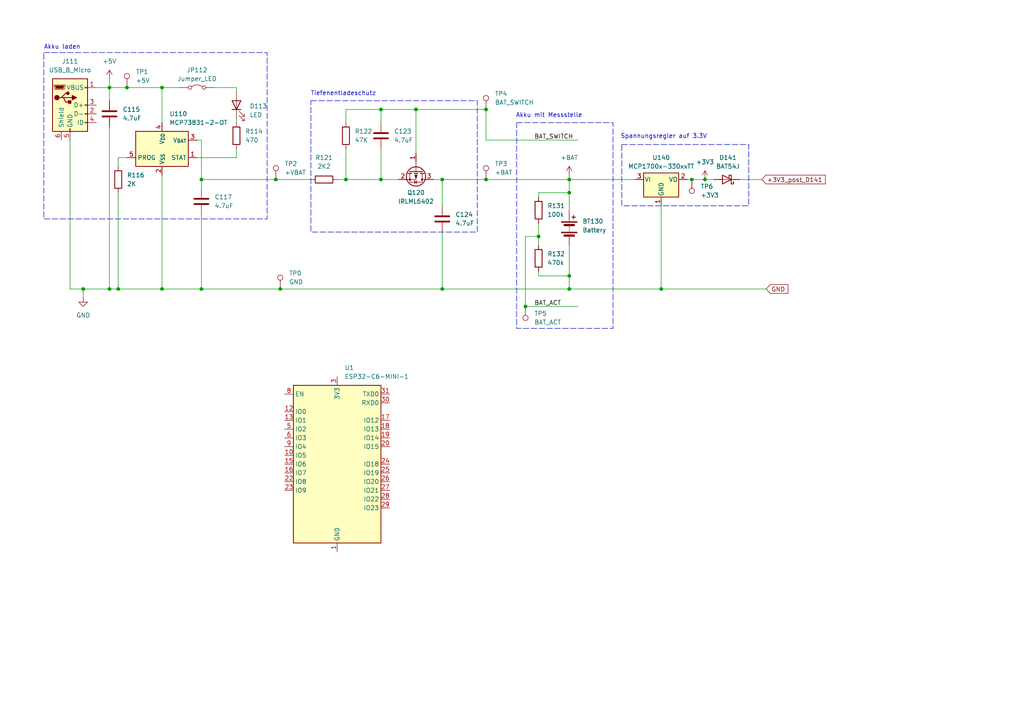
<source format=kicad_sch>
(kicad_sch (version 20250114) (generator "eeschema") (generator_version "9.0")
  (paper "A4")
  (lib_symbols
    (symbol "Battery_Management:MCP73831-2-OT"
      (property "Reference" "U" (at -7.62 6.35 0))
      (property "Value" "MCP73831-2-OT" (at 1.27 6.35 0))
      (symbol "MCP73831-2-OT_0_1"
        (rectangle (start -7.62 5.08) (end 7.62 -5.08) (stroke (width 0.254)) (fill (type background)))
      )
      (symbol "MCP73831-2-OT_1_1"
        (pin input line (at -10.16 -2.54 0) (length 2.54) (name "PROG") (number "5"))
        (pin power_in line (at 0 7.62 270) (length 2.54) (name "V_{DD}") (number "4"))
        (pin power_in line (at 0 -7.62 90) (length 2.54) (name "V_{SS}") (number "2"))
        (pin power_out line (at 10.16 2.54 180) (length 2.54) (name "V_{BAT}") (number "3"))
        (pin tri_state line (at 10.16 -2.54 180) (length 2.54) (name "STAT") (number "1"))
      )
    )
    (symbol "Connector:TestPoint" (pin_numbers (hide yes)) (pin_names (offset 0.762) (hide yes))
      (property "Reference" "TP" (at 0 6.858 0))
      (property "Value" "TestPoint" (at 0 5.08 0))
      (symbol "TestPoint_0_1"
        (circle (center 0 3.302) (radius 0.762))
      )
      (symbol "TestPoint_1_1"
        (pin passive line (at 0 0 90) (length 2.54) (name "1") (number "1"))
      )
    )
    (symbol "Connector:USB_B_Micro" (pin_names (offset 1.016))
      (property "Reference" "J" (at -5.08 11.43 0))
      (property "Value" "USB_B_Micro" (at -5.08 8.89 0))
      (symbol "USB_B_Micro_0_1"
        (rectangle (start -5.08 -7.62) (end 5.08 7.62) (stroke (width 0.254)) (fill (type background)))
        (polyline (pts (xy -4.699 5.842) (xy -4.699 5.588) (xy -4.445 4.826) (xy -4.445 4.572) (xy -1.651 4.572) (xy -1.651 4.826) (xy -1.397 5.588) (xy -1.397 5.842) (xy -4.699 5.842)))
        (polyline (pts (xy -4.318 5.588) (xy -1.778 5.588) (xy -2.032 4.826) (xy -4.064 4.826) (xy -4.318 5.588)) (fill (type outline)))
        (circle (center -3.81 2.159) (radius 0.635) (stroke (width 0.254)) (fill (type outline)))
        (polyline (pts (xy -3.175 2.159) (xy -2.54 2.159) (xy -1.27 3.429) (xy -0.635 3.429)) (stroke (width 0.254)))
        (polyline (pts (xy -2.54 2.159) (xy -1.905 2.159) (xy -1.27 0.889) (xy 0 0.889)) (stroke (width 0.254)))
        (polyline (pts (xy -1.905 2.159) (xy 0.635 2.159)) (stroke (width 0.254)))
        (circle (center -0.635 3.429) (radius 0.381) (stroke (width 0.254)) (fill (type outline)))
        (rectangle (start -0.127 -7.62) (end 0.127 -6.858))
        (rectangle (start 0.254 1.27) (end -0.508 0.508) (stroke (width 0.254)) (fill (type outline)))
        (polyline (pts (xy 0.635 2.794) (xy 0.635 1.524) (xy 1.905 2.159) (xy 0.635 2.794)) (stroke (width 0.254)) (fill (type outline)))
        (rectangle (start 5.08 4.953) (end 4.318 5.207))
        (rectangle (start 5.08 -0.127) (end 4.318 0.127))
        (rectangle (start 5.08 -2.667) (end 4.318 -2.413))
        (rectangle (start 5.08 -5.207) (end 4.318 -4.953))
      )
      (symbol "USB_B_Micro_1_1"
        (pin passive line (at -2.54 -10.16 90) (length 2.54) (name "Shield") (number "6"))
        (pin power_out line (at 0 -10.16 90) (length 2.54) (name "GND") (number "5"))
        (pin power_out line (at 7.62 5.08 180) (length 2.54) (name "VBUS") (number "1"))
        (pin bidirectional line (at 7.62 0 180) (length 2.54) (name "D+") (number "3"))
        (pin bidirectional line (at 7.62 -2.54 180) (length 2.54) (name "D-") (number "2"))
        (pin passive line (at 7.62 -5.08 180) (length 2.54) (name "ID") (number "4"))
      )
    )
    (symbol "Device:Battery" (pin_numbers (hide yes)) (pin_names (offset 0) (hide yes))
      (property "Reference" "BT" (at 2.54 2.54 0))
      (property "Value" "Battery" (at 2.54 0 0))
      (symbol "Battery_0_1"
        (rectangle (start -2.286 1.778) (end 2.286 1.524) (fill (type outline)))
        (rectangle (start -2.286 -1.27) (end 2.286 -1.524) (fill (type outline)))
        (rectangle (start -1.524 1.016) (end 1.524 0.508) (fill (type outline)))
        (rectangle (start -1.524 -2.032) (end 1.524 -2.54) (fill (type outline)))
        (polyline (pts (xy 0 1.778) (xy 0 2.54)))
        (polyline (pts (xy 0 0) (xy 0 0.254)))
        (polyline (pts (xy 0 -0.508) (xy 0 -0.254)))
        (polyline (pts (xy 0 -1.016) (xy 0 -0.762)))
        (polyline (pts (xy 0.762 3.048) (xy 1.778 3.048)) (stroke (width 0.254)))
        (polyline (pts (xy 1.27 3.556) (xy 1.27 2.54)) (stroke (width 0.254)))
      )
      (symbol "Battery_1_1"
        (pin passive line (at 0 5.08 270) (length 2.54) (name "+") (number "1"))
        (pin passive line (at 0 -5.08 90) (length 2.54) (name "-") (number "2"))
      )
    )
    (symbol "Device:C" (pin_numbers (hide yes)) (pin_names (offset 0.254))
      (property "Reference" "C" (at 0.635 2.54 0))
      (property "Value" "C" (at 0.635 -2.54 0))
      (symbol "C_0_1"
        (polyline (pts (xy -2.032 0.762) (xy 2.032 0.762)) (stroke (width 0.508)))
        (polyline (pts (xy -2.032 -0.762) (xy 2.032 -0.762)) (stroke (width 0.508)))
      )
      (symbol "C_1_1"
        (pin passive line (at 0 3.81 270) (length 2.794) (name "~") (number "1"))
        (pin passive line (at 0 -3.81 90) (length 2.794) (name "~") (number "2"))
      )
    )
    (symbol "Device:LED" (pin_numbers (hide yes)) (pin_names (offset 1.016) (hide yes))
      (property "Reference" "D" (at 0 2.54 0))
      (property "Value" "LED" (at 0 -2.54 0))
      (symbol "LED_0_1"
        (polyline (pts (xy -3.048 -0.762) (xy -4.572 -2.286) (xy -3.81 -2.286) (xy -4.572 -2.286) (xy -4.572 -1.524)))
        (polyline (pts (xy -1.778 -0.762) (xy -3.302 -2.286) (xy -2.54 -2.286) (xy -3.302 -2.286) (xy -3.302 -1.524)))
        (polyline (pts (xy -1.27 0) (xy 1.27 0)))
        (polyline (pts (xy -1.27 -1.27) (xy -1.27 1.27)) (stroke (width 0.254)))
        (polyline (pts (xy 1.27 -1.27) (xy 1.27 1.27) (xy -1.27 0) (xy 1.27 -1.27)) (stroke (width 0.254)))
      )
      (symbol "LED_1_1"
        (pin passive line (at -3.81 0 0) (length 2.54) (name "K") (number "1"))
        (pin passive line (at 3.81 0 180) (length 2.54) (name "A") (number "2"))
      )
    )
    (symbol "Device:R" (pin_numbers (hide yes)) (pin_names (offset 0))
      (property "Reference" "R" (at 2.032 0 90))
      (property "Value" "R" (at 0 0 90))
      (symbol "R_0_1"
        (rectangle (start -1.016 -2.54) (end 1.016 2.54) (stroke (width 0.254)))
      )
      (symbol "R_1_1"
        (pin passive line (at 0 3.81 270) (length 1.27) (name "~") (number "1"))
        (pin passive line (at 0 -3.81 90) (length 1.27) (name "~") (number "2"))
      )
    )
    (symbol "Diode:BAT54J" (pin_numbers (hide yes)) (pin_names (offset 1.016) (hide yes))
      (property "Reference" "D" (at 0 2.54 0))
      (property "Value" "BAT54J" (at 0 -2.54 0))
      (symbol "BAT54J_0_1"
        (polyline (pts (xy -1.905 0.635) (xy -1.905 1.27) (xy -1.27 1.27) (xy -1.27 -1.27) (xy -0.635 -1.27) (xy -0.635 -0.635)) (stroke (width 0.254)))
        (polyline (pts (xy 1.27 1.27) (xy 1.27 -1.27) (xy -1.27 0) (xy 1.27 1.27)) (stroke (width 0.254)))
        (polyline (pts (xy 1.27 0) (xy -1.27 0)))
      )
      (symbol "BAT54J_1_1"
        (pin passive line (at -3.81 0 0) (length 2.54) (name "K") (number "1"))
        (pin passive line (at 3.81 0 180) (length 2.54) (name "A") (number "2"))
      )
    )
    (symbol "Jumper:Jumper_2_Bridged" (pin_numbers (hide yes)) (pin_names (offset 0) (hide yes))
      (property "Reference" "JP" (at 0 1.905 0))
      (property "Value" "Jumper_2_Bridged" (at 0 -2.54 0))
      (symbol "Jumper_2_Bridged_0_0"
        (circle (center -2.032 0) (radius 0.508))
        (circle (center 2.032 0) (radius 0.508))
      )
      (symbol "Jumper_2_Bridged_0_1"
        (arc (start -1.524 0.254) (mid 0 0.762) (end 1.524 0.254))
      )
      (symbol "Jumper_2_Bridged_1_1"
        (pin passive line (at -5.08 0 0) (length 2.54) (name "A") (number "1"))
        (pin passive line (at 5.08 0 180) (length 2.54) (name "B") (number "2"))
      )
    )
    (symbol "RF_Module:ESP32-C6-MINI-1"
      (property "Reference" "U" (at -11.43 24.13 0))
      (property "Value" "ESP32-C6-MINI-1" (at 12.7 24.13 0))
      (symbol "ESP32-C6-MINI-1_0_1"
        (rectangle (start -12.7 22.86) (end 12.7 -22.86) (stroke (width 0.254)) (fill (type background)))
      )
      (symbol "ESP32-C6-MINI-1_1_1"
        (pin input line (at -15.24 20.32 0) (length 2.54) (name "EN") (number "8"))
        (pin bidirectional line (at -15.24 15.24 0) (length 2.54) (name "IO0") (number "12"))
        (pin bidirectional line (at -15.24 12.7 0) (length 2.54) (name "IO1") (number "13"))
        (pin bidirectional line (at -15.24 10.16 0) (length 2.54) (name "IO2") (number "5"))
        (pin bidirectional line (at -15.24 7.62 0) (length 2.54) (name "IO3") (number "6"))
        (pin bidirectional line (at -15.24 5.08 0) (length 2.54) (name "IO4") (number "9"))
        (pin bidirectional line (at -15.24 2.54 0) (length 2.54) (name "IO5") (number "10"))
        (pin bidirectional line (at -15.24 0 0) (length 2.54) (name "IO6") (number "15"))
        (pin bidirectional line (at -15.24 -2.54 0) (length 2.54) (name "IO7") (number "16"))
        (pin bidirectional line (at -15.24 -5.08 0) (length 2.54) (name "IO8") (number "22"))
        (pin bidirectional line (at -15.24 -7.62 0) (length 2.54) (name "IO9") (number "23"))
        (pin no_connect line (at -12.7 -12.7 0) (length 2.54) (hide yes) (name "NC") (number "32"))
        (pin no_connect line (at -12.7 -15.24 0) (length 2.54) (hide yes) (name "NC") (number "33"))
        (pin no_connect line (at -12.7 -17.78 0) (length 2.54) (hide yes) (name "NC") (number "34"))
        (pin no_connect line (at -12.7 -20.32 0) (length 2.54) (hide yes) (name "NC") (number "35"))
        (pin power_in line (at 0 25.4 270) (length 2.54) (name "3V3") (number "3"))
        (pin power_in line (at 0 -25.4 90) (length 2.54) (name "GND") (number "1"))
        (pin passive line (at 0 -25.4 90) (length 2.54) (hide yes) (name "GND") (number "11"))
        (pin passive line (at 0 -25.4 90) (length 2.54) (hide yes) (name "GND") (number "14"))
        (pin passive line (at 0 -25.4 90) (length 2.54) (hide yes) (name "GND") (number "2"))
        (pin passive line (at 0 -25.4 90) (length 2.54) (hide yes) (name "GND") (number "36"))
        (pin passive line (at 0 -25.4 90) (length 2.54) (hide yes) (name "GND") (number "37"))
        (pin passive line (at 0 -25.4 90) (length 2.54) (hide yes) (name "GND") (number "38"))
        (pin passive line (at 0 -25.4 90) (length 2.54) (hide yes) (name "GND") (number "39"))
        (pin passive line (at 0 -25.4 90) (length 2.54) (hide yes) (name "GND") (number "40"))
        (pin passive line (at 0 -25.4 90) (length 2.54) (hide yes) (name "GND") (number "41"))
        (pin passive line (at 0 -25.4 90) (length 2.54) (hide yes) (name "GND") (number "42"))
        (pin passive line (at 0 -25.4 90) (length 2.54) (hide yes) (name "GND") (number "43"))
        (pin passive line (at 0 -25.4 90) (length 2.54) (hide yes) (name "GND") (number "44"))
        (pin passive line (at 0 -25.4 90) (length 2.54) (hide yes) (name "GND") (number "45"))
        (pin passive line (at 0 -25.4 90) (length 2.54) (hide yes) (name "GND") (number "46"))
        (pin passive line (at 0 -25.4 90) (length 2.54) (hide yes) (name "GND") (number "47"))
        (pin passive line (at 0 -25.4 90) (length 2.54) (hide yes) (name "GND") (number "48"))
        (pin passive line (at 0 -25.4 90) (length 2.54) (hide yes) (name "GND") (number "49"))
        (pin passive line (at 0 -25.4 90) (length 2.54) (hide yes) (name "GND") (number "50"))
        (pin passive line (at 0 -25.4 90) (length 2.54) (hide yes) (name "GND") (number "51"))
        (pin passive line (at 0 -25.4 90) (length 2.54) (hide yes) (name "GND") (number "52"))
        (pin passive line (at 0 -25.4 90) (length 2.54) (hide yes) (name "GND") (number "53"))
        (pin no_connect line (at 12.7 -15.24 180) (length 2.54) (hide yes) (name "NC") (number "4"))
        (pin no_connect line (at 12.7 -17.78 180) (length 2.54) (hide yes) (name "NC") (number "7"))
        (pin no_connect line (at 12.7 -20.32 180) (length 2.54) (hide yes) (name "NC") (number "21"))
        (pin bidirectional line (at 15.24 20.32 180) (length 2.54) (name "TXD0") (number "31"))
        (pin bidirectional line (at 15.24 17.78 180) (length 2.54) (name "RXD0") (number "30"))
        (pin bidirectional line (at 15.24 12.7 180) (length 2.54) (name "IO12") (number "17"))
        (pin bidirectional line (at 15.24 10.16 180) (length 2.54) (name "IO13") (number "18"))
        (pin bidirectional line (at 15.24 7.62 180) (length 2.54) (name "IO14") (number "19"))
        (pin bidirectional line (at 15.24 5.08 180) (length 2.54) (name "IO15") (number "20"))
        (pin bidirectional line (at 15.24 0 180) (length 2.54) (name "IO18") (number "24"))
        (pin bidirectional line (at 15.24 -2.54 180) (length 2.54) (name "IO19") (number "25"))
        (pin bidirectional line (at 15.24 -5.08 180) (length 2.54) (name "IO20") (number "26"))
        (pin bidirectional line (at 15.24 -7.62 180) (length 2.54) (name "IO21") (number "27"))
        (pin bidirectional line (at 15.24 -10.16 180) (length 2.54) (name "IO22") (number "28"))
        (pin bidirectional line (at 15.24 -12.7 180) (length 2.54) (name "IO23") (number "29"))
      )
    )
    (symbol "Regulator_Linear:MCP1700x-330xxTT" (pin_names (offset 0.254))
      (property "Reference" "U" (at -3.81 3.175 0))
      (property "Value" "MCP1700x-330xxTT" (at 0 3.175 0))
      (symbol "MCP1700x-330xxTT_0_1"
        (rectangle (start -5.08 1.905) (end 5.08 -5.08) (stroke (width 0.254)) (fill (type background)))
      )
      (symbol "MCP1700x-330xxTT_1_1"
        (pin power_in line (at -7.62 0 0) (length 2.54) (name "VI") (number "3"))
        (pin power_in line (at 0 -7.62 90) (length 2.54) (name "GND") (number "1"))
        (pin power_out line (at 7.62 0 180) (length 2.54) (name "VO") (number "2"))
      )
    )
    (symbol "Transistor_FET:IRLML6402" (pin_names (hide yes))
      (property "Reference" "Q" (at 5.08 1.905 0))
      (property "Value" "IRLML6402" (at 5.08 0 0))
      (symbol "IRLML6402_0_1"
        (polyline (pts (xy 0.254 1.905) (xy 0.254 -1.905)) (stroke (width 0.254)))
        (polyline (pts (xy 0.254 0) (xy -2.54 0)))
        (polyline (pts (xy 0.762 2.286) (xy 0.762 1.27)) (stroke (width 0.254)))
        (polyline (pts (xy 0.762 1.778) (xy 3.302 1.778) (xy 3.302 -1.778) (xy 0.762 -1.778)))
        (polyline (pts (xy 0.762 0.508) (xy 0.762 -0.508)) (stroke (width 0.254)))
        (polyline (pts (xy 0.762 -1.27) (xy 0.762 -2.286)) (stroke (width 0.254)))
        (circle (center 1.651 0) (radius 2.794) (stroke (width 0.254)))
        (polyline (pts (xy 2.286 0) (xy 1.27 0.381) (xy 1.27 -0.381) (xy 2.286 0)) (fill (type outline)))
        (polyline (pts (xy 2.54 2.54) (xy 2.54 1.778)))
        (circle (center 2.54 1.778) (radius 0.254) (fill (type outline)))
        (circle (center 2.54 -1.778) (radius 0.254) (fill (type outline)))
        (polyline (pts (xy 2.54 -2.54) (xy 2.54 0) (xy 0.762 0)))
        (polyline (pts (xy 2.794 -0.508) (xy 2.921 -0.381) (xy 3.683 -0.381) (xy 3.81 -0.254)))
        (polyline (pts (xy 3.302 -0.381) (xy 2.921 0.254) (xy 3.683 0.254) (xy 3.302 -0.381)))
      )
      (symbol "IRLML6402_1_1"
        (pin input line (at -5.08 0 0) (length 2.54) (name "G") (number "1"))
        (pin passive line (at 2.54 5.08 270) (length 2.54) (name "D") (number "3"))
        (pin passive line (at 2.54 -5.08 90) (length 2.54) (name "S") (number "2"))
      )
    )
    (symbol "power:+3V3" (power) (pin_numbers (hide yes)) (pin_names (offset 0) (hide yes))
      (property "Value" "+3V3" (at 0 3.556 0))
      (symbol "+3V3_0_1"
        (polyline (pts (xy -0.762 1.27) (xy 0 2.54)))
        (polyline (pts (xy 0 2.54) (xy 0.762 1.27)))
        (polyline (pts (xy 0 0) (xy 0 2.54)))
      )
      (symbol "+3V3_1_1"
        (pin power_in line (at 0 0 90) (length 0) (name "~") (number "1"))
      )
    )
    (symbol "power:+5V" (power) (pin_numbers (hide yes)) (pin_names (offset 0) (hide yes))
      (property "Value" "+5V" (at 0 3.556 0))
      (symbol "+5V_0_1"
        (polyline (pts (xy -0.762 1.27) (xy 0 2.54)))
        (polyline (pts (xy 0 2.54) (xy 0.762 1.27)))
        (polyline (pts (xy 0 0) (xy 0 2.54)))
      )
      (symbol "+5V_1_1"
        (pin power_in line (at 0 0 90) (length 0) (name "~") (number "1"))
      )
    )
    (symbol "power:+BATT" (power) (pin_numbers (hide yes)) (pin_names (offset 0) (hide yes))
      (property "Value" "+BATT" (at 0 3.556 0))
      (symbol "+BATT_0_1"
        (polyline (pts (xy -0.762 1.27) (xy 0 2.54)))
        (polyline (pts (xy 0 2.54) (xy 0.762 1.27)))
        (polyline (pts (xy 0 0) (xy 0 2.54)))
      )
      (symbol "+BATT_1_1"
        (pin power_in line (at 0 0 90) (length 0) (name "~") (number "1"))
      )
    )
    (symbol "power:GND" (power) (pin_numbers (hide yes)) (pin_names (offset 0) (hide yes))
      (property "Value" "GND" (at 0 -3.81 0))
      (symbol "GND_0_1"
        (polyline (pts (xy 0 0) (xy 0 -1.27) (xy 1.27 -1.27) (xy 0 -2.54) (xy -1.27 -1.27) (xy 0 -1.27)))
      )
      (symbol "GND_1_1"
        (pin power_in line (at 0 0 270) (length 0) (name "~") (number "1"))
      )
    )
  )
  (rectangle (start 90.17 29.21) (end 138.43 67.31) (stroke (width 0) (type dash)))
  (rectangle (start 180.34 41.91) (end 217.17 59.69) (stroke (width 0) (type dash)))
  (rectangle (start 149.86 35.56) (end 177.8 95.25) (stroke (width 0) (type dash)))
  (rectangle (start 210.82 41.91) (end 210.82 41.91))
  (rectangle (start 12.7 15.24) (end 77.47 63.5) (stroke (width 0) (type dash)))
  (text "Akku laden\n" (at 18.034 13.716 0) (effects (font (size 1.27 1.27))))
  (text "Tiefenentladeschutz" (at 99.568 27.178 0) (effects (font (size 1.27 1.27))))
  (text "Akku mit Messstelle" (at 159.258 33.528 0) (effects (font (size 1.27 1.27))))
  (text "Spannungsregler auf 3.3V" (at 192.532 39.624 0) (effects (font (size 1.27 1.27))))
  (junction (at 46.99 83.82))
  (junction (at 200.66 52.07))
  (junction (at 31.75 25.4))
  (junction (at 165.1 80.01))
  (junction (at 34.29 83.82))
  (junction (at 58.42 52.07))
  (junction (at 165.1 52.07))
  (junction (at 128.27 52.07))
  (junction (at 165.1 55.88))
  (junction (at 110.49 52.07))
  (junction (at 191.77 83.82))
  (junction (at 110.49 31.75))
  (junction (at 165.1 83.82))
  (junction (at 80.01 52.07))
  (junction (at 36.83 25.4))
  (junction (at 140.97 52.07))
  (junction (at 152.4 88.9))
  (junction (at 81.28 83.82))
  (junction (at 140.97 31.75))
  (junction (at 120.65 31.75))
  (junction (at 204.47 52.07))
  (junction (at 58.42 83.82))
  (junction (at 31.75 83.82))
  (junction (at 46.99 25.4))
  (junction (at 156.21 68.58))
  (junction (at 24.13 83.82))
  (junction (at 100.33 52.07))
  (junction (at 128.27 83.82))
  (wire (pts (xy 97.79 52.07) (xy 100.33 52.07)))
  (wire (pts (xy 165.1 71.12) (xy 165.1 80.01)))
  (wire (pts (xy 214.63 52.07) (xy 220.98 52.07)))
  (wire (pts (xy 191.77 83.82) (xy 222.25 83.82)))
  (wire (pts (xy 31.75 22.86) (xy 31.75 25.4)))
  (wire (pts (xy 152.4 68.58) (xy 152.4 88.9)))
  (wire (pts (xy 100.33 31.75) (xy 110.49 31.75)))
  (wire (pts (xy 110.49 31.75) (xy 110.49 35.56)))
  (wire (pts (xy 46.99 50.8) (xy 46.99 83.82)))
  (wire (pts (xy 100.33 43.18) (xy 100.33 52.07)))
  (wire (pts (xy 156.21 80.01) (xy 165.1 80.01)))
  (wire (pts (xy 204.47 52.07) (xy 207.01 52.07)))
  (wire (pts (xy 156.21 64.77) (xy 156.21 68.58)))
  (wire (pts (xy 100.33 52.07) (xy 110.49 52.07)))
  (wire (pts (xy 128.27 52.07) (xy 140.97 52.07)))
  (wire (pts (xy 36.83 25.4) (xy 46.99 25.4)))
  (wire (pts (xy 165.1 52.07) (xy 165.1 55.88)))
  (wire (pts (xy 31.75 25.4) (xy 31.75 29.21)))
  (wire (pts (xy 68.58 34.29) (xy 68.58 35.56)))
  (wire (pts (xy 165.1 80.01) (xy 165.1 83.82)))
  (wire (pts (xy 100.33 31.75) (xy 100.33 35.56)))
  (wire (pts (xy 140.97 52.07) (xy 165.1 52.07)))
  (wire (pts (xy 128.27 52.07) (xy 128.27 59.69)))
  (wire (pts (xy 165.1 83.82) (xy 191.77 83.82)))
  (wire (pts (xy 128.27 83.82) (xy 165.1 83.82)))
  (wire (pts (xy 156.21 68.58) (xy 152.4 68.58)))
  (wire (pts (xy 68.58 45.72) (xy 57.15 45.72)))
  (wire (pts (xy 20.32 83.82) (xy 24.13 83.82)))
  (wire (pts (xy 156.21 55.88) (xy 165.1 55.88)))
  (wire (pts (xy 34.29 55.88) (xy 34.29 83.82)))
  (wire (pts (xy 27.94 25.4) (xy 31.75 25.4)))
  (wire (pts (xy 165.1 52.07) (xy 184.15 52.07)))
  (wire (pts (xy 199.39 52.07) (xy 200.66 52.07)))
  (wire (pts (xy 156.21 78.74) (xy 156.21 80.01)))
  (wire (pts (xy 156.21 68.58) (xy 156.21 71.12)))
  (wire (pts (xy 81.28 83.82) (xy 128.27 83.82)))
  (wire (pts (xy 36.83 45.72) (xy 34.29 45.72)))
  (wire (pts (xy 152.4 88.9) (xy 167.64 88.9)))
  (wire (pts (xy 165.1 50.8) (xy 165.1 52.07)))
  (wire (pts (xy 58.42 62.23) (xy 58.42 83.82)))
  (wire (pts (xy 34.29 83.82) (xy 46.99 83.82)))
  (wire (pts (xy 68.58 25.4) (xy 68.58 26.67)))
  (wire (pts (xy 200.66 52.07) (xy 204.47 52.07)))
  (wire (pts (xy 128.27 67.31) (xy 128.27 83.82)))
  (wire (pts (xy 68.58 43.18) (xy 68.58 45.72)))
  (wire (pts (xy 58.42 40.64) (xy 58.42 52.07)))
  (wire (pts (xy 20.32 40.64) (xy 20.32 83.82)))
  (wire (pts (xy 110.49 31.75) (xy 120.65 31.75)))
  (wire (pts (xy 191.77 59.69) (xy 191.77 83.82)))
  (wire (pts (xy 46.99 25.4) (xy 46.99 35.56)))
  (wire (pts (xy 46.99 25.4) (xy 52.07 25.4)))
  (wire (pts (xy 140.97 40.64) (xy 140.97 31.75)))
  (wire (pts (xy 110.49 52.07) (xy 115.57 52.07)))
  (wire (pts (xy 80.01 52.07) (xy 90.17 52.07)))
  (wire (pts (xy 58.42 83.82) (xy 81.28 83.82)))
  (wire (pts (xy 58.42 54.61) (xy 58.42 52.07)))
  (wire (pts (xy 62.23 25.4) (xy 68.58 25.4)))
  (wire (pts (xy 46.99 83.82) (xy 58.42 83.82)))
  (wire (pts (xy 58.42 52.07) (xy 80.01 52.07)))
  (wire (pts (xy 156.21 57.15) (xy 156.21 55.88)))
  (wire (pts (xy 140.97 40.64) (xy 167.64 40.64)))
  (wire (pts (xy 110.49 43.18) (xy 110.49 52.07)))
  (wire (pts (xy 34.29 45.72) (xy 34.29 48.26)))
  (wire (pts (xy 31.75 25.4) (xy 36.83 25.4)))
  (wire (pts (xy 31.75 83.82) (xy 34.29 83.82)))
  (wire (pts (xy 120.65 44.45) (xy 120.65 31.75)))
  (wire (pts (xy 24.13 83.82) (xy 24.13 86.36)))
  (wire (pts (xy 31.75 36.83) (xy 31.75 83.82)))
  (wire (pts (xy 165.1 55.88) (xy 165.1 60.96)))
  (wire (pts (xy 120.65 31.75) (xy 140.97 31.75)))
  (wire (pts (xy 57.15 40.64) (xy 58.42 40.64)))
  (wire (pts (xy 24.13 83.82) (xy 31.75 83.82)))
  (wire (pts (xy 125.73 52.07) (xy 128.27 52.07)))
  (label "BAT_ACT" (at 154.94 88.9 0))
  (label "BAT_SWITCH" (at 154.94 40.64 0))
  (global_label "+3V3_post_D141" (shape input) (at 220.98 52.07 0) (property "Intersheetrefs" "${INTERSHEET_REFS}" (effects (hide yes))))
  (global_label "GND" (shape input) (at 222.25 83.82 0) (property "Intersheetrefs" "${INTERSHEET_REFS}" (effects (hide yes))))
  (symbol (lib_id "power:+BATT") (at 165.1 50.8 0) (unit 1)
    (property "Reference" "#PWR03" (effects (hide yes)))
    (property "Value" "+BAT" (at 165.1 45.72 0))
    (property "Description" "Power symbol creates a global label with name \"+BATT\"" (effects (hide yes)))
  )
  (symbol (lib_id "Device:C") (at 31.75 33.02 0) (unit 1)
    (property "Reference" "C115" (at 35.56 31.7499 0) (effects (justify left)))
    (property "Value" "4.7uF" (at 35.56 34.2899 0) (effects (justify left)))
    (property "Footprint" "Capacitor_SMD:C_1206_3216Metric" (effects (hide yes)))
    (property "Description" "Unpolarized capacitor" (effects (hide yes)))
  )
  (symbol (lib_id "Device:C") (at 110.49 39.37 0) (unit 1)
    (property "Reference" "C123" (at 114.3 38.0999 0) (effects (justify left)))
    (property "Value" "4.7uF" (at 114.3 40.6399 0) (effects (justify left)))
    (property "Footprint" "Capacitor_SMD:C_1206_3216Metric" (effects (hide yes)))
    (property "Description" "Unpolarized capacitor" (effects (hide yes)))
  )
  (symbol (lib_id "Connector:TestPoint") (at 36.83 25.4 0) (unit 1)
    (property "Reference" "TP1" (at 39.37 20.8279 0) (effects (justify left)))
    (property "Value" "+5V" (at 39.37 23.3679 0) (effects (justify left)))
    (property "Footprint" "TestPoint:TestPoint_Pad_D1.0mm" (effects (hide yes)))
    (property "Description" "test point" (effects (hide yes)))
  )
  (symbol (lib_id "power:GND") (at 24.13 86.36 0) (unit 1)
    (property "Reference" "#PWR01" (effects (hide yes)))
    (property "Value" "GND" (at 24.13 91.44 0))
    (property "Description" "Power symbol creates a global label with name \"GND\" , ground" (effects (hide yes)))
  )
  (symbol (lib_id "Device:R") (at 93.98 52.07 90) (unit 1)
    (property "Reference" "R121" (at 93.98 45.72 90))
    (property "Value" "2K2" (at 93.98 48.26 90))
    (property "Footprint" "Resistor_SMD:R_0603_1608Metric" (effects (hide yes)))
    (property "Description" "Resistor" (effects (hide yes)))
  )
  (symbol (lib_id "Connector:TestPoint") (at 200.66 52.07 180) (unit 1)
    (property "Reference" "TP6" (at 203.2 54.1019 0) (effects (justify right)))
    (property "Value" "+3V3" (at 203.2 56.6419 0) (effects (justify right)))
    (property "Footprint" "TestPoint:TestPoint_Pad_D1.0mm" (effects (hide yes)))
    (property "Description" "test point" (effects (hide yes)))
  )
  (symbol (lib_id "Device:LED") (at 68.58 30.48 90) (unit 1)
    (property "Reference" "D113" (at 72.39 30.7974 90) (effects (justify right)))
    (property "Value" "LED" (at 72.39 33.3374 90) (effects (justify right)))
    (property "Footprint" "LED_SMD:LED_0603_1608Metric" (effects (hide yes)))
    (property "Description" "Light emitting diode" (effects (hide yes)))
    (property "Sim.Pins" "1=K 2=A" (effects (hide yes)))
  )
  (symbol (lib_id "Device:R") (at 34.29 52.07 0) (unit 1)
    (property "Reference" "R116" (at 36.83 50.7999 0) (effects (justify left)))
    (property "Value" "2K" (at 36.83 53.3399 0) (effects (justify left)))
    (property "Footprint" "Resistor_SMD:R_0603_1608Metric" (effects (hide yes)))
    (property "Description" "Resistor" (effects (hide yes)))
  )
  (symbol (lib_id "Device:R") (at 156.21 60.96 0) (unit 1)
    (property "Reference" "R131" (at 158.75 59.6899 0) (effects (justify left)))
    (property "Value" "100k" (at 158.75 62.2299 0) (effects (justify left)))
    (property "Footprint" "Resistor_SMD:R_0603_1608Metric" (effects (hide yes)))
    (property "Description" "Resistor" (effects (hide yes)))
  )
  (symbol (lib_id "Jumper:Jumper_2_Bridged") (at 57.15 25.4 0) (unit 1)
    (property "Reference" "JP112" (at 57.15 20.32 0))
    (property "Value" "Jumper_LED" (at 57.15 22.86 0))
    (property "Footprint" "Connector_PinHeader_2.54mm:PinHeader_2x02_P2.54mm_Vertical_SMD" (effects (hide yes)))
    (property "Description" "Jumper, 2-pole, closed/bridged" (effects (hide yes)))
  )
  (symbol (lib_id "power:+5V") (at 31.75 22.86 0) (unit 1)
    (property "Reference" "#PWR02" (effects (hide yes)))
    (property "Value" "+5V" (at 31.75 17.78 0))
    (property "Description" "Power symbol creates a global label with name \"+5V\"" (effects (hide yes)))
  )
  (symbol (lib_id "Diode:BAT54J") (at 210.82 52.07 180) (unit 1)
    (property "Reference" "D141" (at 211.1375 45.72 0))
    (property "Value" "BAT54J" (at 211.1375 48.26 0))
    (property "Footprint" "Diode_SMD:D_SOD-323F" (effects (hide yes)))
    (property "Datasheet" "https://assets.nexperia.com/documents/data-sheet/BAT54J.pdf" (effects (hide yes)))
    (property "Description" "30V 200mA Schottky diode, SOD-323F" (effects (hide yes)))
  )
  (symbol (lib_id "Connector:TestPoint") (at 152.4 88.9 180) (unit 1)
    (property "Reference" "TP5" (at 154.94 90.9319 0) (effects (justify right)))
    (property "Value" "BAT_ACT" (at 154.94 93.4719 0) (effects (justify right)))
    (property "Footprint" "TestPoint:TestPoint_Pad_D1.0mm" (effects (hide yes)))
    (property "Description" "test point" (effects (hide yes)))
  )
  (symbol (lib_id "Device:R") (at 156.21 74.93 0) (unit 1)
    (property "Reference" "R132" (at 158.75 73.6599 0) (effects (justify left)))
    (property "Value" "470k" (at 158.75 76.1999 0) (effects (justify left)))
    (property "Footprint" "Resistor_SMD:R_0603_1608Metric" (effects (hide yes)))
    (property "Description" "Resistor" (effects (hide yes)))
  )
  (symbol (lib_id "Battery_Management:MCP73831-2-OT") (at 46.99 43.18 0) (unit 1)
    (property "Reference" "U110" (at 49.1333 33.02 0) (effects (justify left)))
    (property "Value" "MCP73831-2-OT" (at 49.1333 35.56 0) (effects (justify left)))
    (property "Footprint" "Package_TO_SOT_SMD:SOT-23-5" (effects (hide yes)))
    (property "Datasheet" "http://ww1.microchip.com/downloads/en/DeviceDoc/20001984g.pdf" (effects (hide yes)))
    (property "Description" "Single cell, Li-Ion/Li-Po charge management controller, 4.20V, Tri-State Status Output, in SOT23-5 package" (effects (hide yes)))
  )
  (symbol (lib_id "Connector:TestPoint") (at 81.28 83.82 0) (unit 1)
    (property "Reference" "TP0" (at 83.82 79.2479 0) (effects (justify left)))
    (property "Value" "GND" (at 83.82 81.7879 0) (effects (justify left)))
    (property "Footprint" "TestPoint:TestPoint_Pad_D1.0mm" (effects (hide yes)))
    (property "Description" "test point" (effects (hide yes)))
  )
  (symbol (lib_id "Connector:TestPoint") (at 140.97 31.75 0) (unit 1)
    (property "Reference" "TP4" (at 143.51 27.1779 0) (effects (justify left)))
    (property "Value" "BAT_SWITCH" (at 143.51 29.7179 0) (effects (justify left)))
    (property "Footprint" "TestPoint:TestPoint_Pad_D1.0mm" (effects (hide yes)))
    (property "Description" "test point" (effects (hide yes)))
  )
  (symbol (lib_id "Connector:USB_B_Micro") (at 20.32 30.48 0) (unit 1)
    (property "Reference" "J111" (at 20.32 17.78 0))
    (property "Value" "USB_B_Micro" (at 20.32 20.32 0))
    (property "Footprint" "Connector_USB:USB_Micro-AB_Molex_47590-0001" (effects (hide yes)))
    (property "Description" "USB Micro Type B connector" (effects (hide yes)))
  )
  (symbol (lib_id "RF_Module:ESP32-C6-MINI-1") (at 97.79 134.62 0) (unit 1)
    (property "Reference" "U1" (at 99.9333 106.68 0) (effects (justify left)))
    (property "Value" "ESP32-C6-MINI-1" (at 99.9333 109.22 0) (effects (justify left)))
    (property "Footprint" "RF_Module:ESP32-C6-MINI-1" (effects (hide yes)))
    (property "Datasheet" "https://www.espressif.com/sites/default/files/documentation/esp32-c6-mini-1_mini-1u_datasheet_en.pdf" (effects (hide yes)))
    (property "Description" "RF Module, ESP32-C6 SoC, Wi-Fi 802.11b/g/n/ax, Bluetooth, BLE, Zigbee, Thread, 32-bit, 3.3V, SMD, onboard antenna" (effects (hide yes)))
  )
  (symbol (lib_id "Device:Battery") (at 165.1 66.04 0) (unit 1)
    (property "Reference" "BT130" (at 168.91 64.1984 0) (effects (justify left)))
    (property "Value" "Battery" (at 168.91 66.7384 0) (effects (justify left)))
    (property "Footprint" "Connector_PinHeader_2.54mm:PinHeader_1x02_P2.54mm_Vertical" (effects (hide yes)))
    (property "Description" "Multiple-cell battery" (effects (hide yes)))
  )
  (symbol (lib_id "Device:C") (at 128.27 63.5 0) (unit 1)
    (property "Reference" "C124" (at 132.08 62.2299 0) (effects (justify left)))
    (property "Value" "4.7uF" (at 132.08 64.7699 0) (effects (justify left)))
    (property "Footprint" "Capacitor_SMD:C_1206_3216Metric" (effects (hide yes)))
    (property "Description" "Unpolarized capacitor" (effects (hide yes)))
  )
  (symbol (lib_id "power:+3V3") (at 204.47 52.07 0) (unit 1)
    (property "Reference" "#PWR04" (effects (hide yes)))
    (property "Value" "+3V3" (at 204.47 46.99 0))
    (property "Description" "Power symbol creates a global label with name \"+3V3\"" (effects (hide yes)))
  )
  (symbol (lib_id "Device:R") (at 100.33 39.37 0) (unit 1)
    (property "Reference" "R122" (at 102.87 38.0999 0) (effects (justify left)))
    (property "Value" "47K" (at 102.87 40.6399 0) (effects (justify left)))
    (property "Footprint" "Resistor_SMD:R_0603_1608Metric" (effects (hide yes)))
    (property "Description" "Resistor" (effects (hide yes)))
  )
  (symbol (lib_id "Device:R") (at 68.58 39.37 0) (unit 1)
    (property "Reference" "R114" (at 71.12 38.0999 0) (effects (justify left)))
    (property "Value" "470" (at 71.12 40.6399 0) (effects (justify left)))
    (property "Footprint" "Resistor_SMD:R_0603_1608Metric" (effects (hide yes)))
    (property "Description" "Resistor" (effects (hide yes)))
  )
  (symbol (lib_id "Connector:TestPoint") (at 80.01 52.07 0) (unit 1)
    (property "Reference" "TP2" (at 82.55 47.4979 0) (effects (justify left)))
    (property "Value" "+VBAT" (at 82.55 50.0379 0) (effects (justify left)))
    (property "Footprint" "TestPoint:TestPoint_Pad_D1.0mm" (effects (hide yes)))
    (property "Description" "test point" (effects (hide yes)))
  )
  (symbol (lib_id "Connector:TestPoint") (at 140.97 52.07 0) (unit 1)
    (property "Reference" "TP3" (at 143.51 47.4979 0) (effects (justify left)))
    (property "Value" "+BAT" (at 143.51 50.0379 0) (effects (justify left)))
    (property "Footprint" "TestPoint:TestPoint_Pad_D1.0mm" (effects (hide yes)))
    (property "Description" "test point" (effects (hide yes)))
  )
  (symbol (lib_id "Transistor_FET:IRLML6402") (at 120.65 49.53 270) (unit 1)
    (property "Reference" "Q120" (at 120.65 55.88 90))
    (property "Value" "IRLML6402" (at 120.65 58.42 90))
    (property "Footprint" "Package_TO_SOT_SMD:SOT-23" (effects (hide yes)))
    (property "Datasheet" "https://www.infineon.com/dgdl/irlml6402pbf.pdf?fileId=5546d462533600a401535668d5c2263c" (effects (hide yes)))
    (property "Description" "-3.7A Id, -20V Vds, 65mOhm Rds, P-Channel HEXFET Power MOSFET, SOT-23" (effects (hide yes)))
  )
  (symbol (lib_id "Regulator_Linear:MCP1700x-330xxTT") (at 191.77 52.07 0) (unit 1)
    (property "Reference" "U140" (at 191.77 45.72 0))
    (property "Value" "MCP1700x-330xxTT" (at 191.77 48.26 0))
    (property "Footprint" "Package_TO_SOT_SMD:SOT-23" (effects (hide yes)))
    (property "Datasheet" "http://ww1.microchip.com/downloads/en/DeviceDoc/20001826D.pdf" (effects (hide yes)))
    (property "Description" "250mA Low Quiscent Current LDO, 3.3V output, SOT-23" (effects (hide yes)))
  )
  (symbol (lib_id "Device:C") (at 58.42 58.42 0) (unit 1)
    (property "Reference" "C117" (at 62.23 57.1499 0) (effects (justify left)))
    (property "Value" "4.7uF" (at 62.23 59.6899 0) (effects (justify left)))
    (property "Footprint" "Capacitor_SMD:C_1206_3216Metric" (effects (hide yes)))
    (property "Description" "Unpolarized capacitor" (effects (hide yes)))
  )
)
</source>
